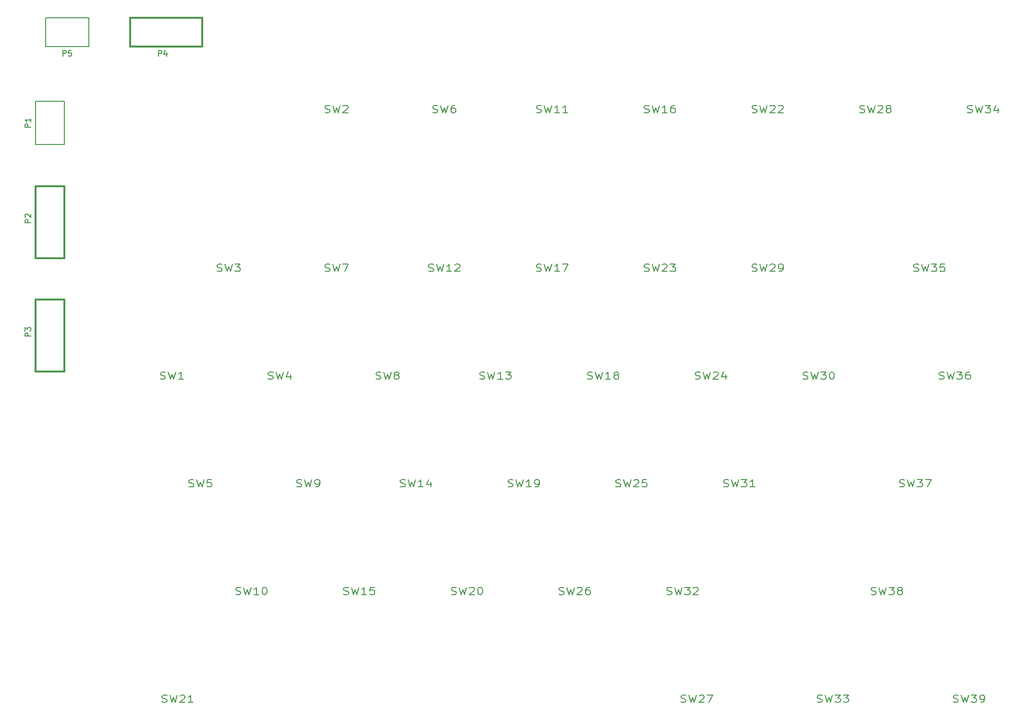
<source format=gto>
G04 (created by PCBNEW (2013-07-07 BZR 4022)-stable) date 11/1/2014 6:00:42 PM*
%MOIN*%
G04 Gerber Fmt 3.4, Leading zero omitted, Abs format*
%FSLAX34Y34*%
G01*
G70*
G90*
G04 APERTURE LIST*
%ADD10C,0.00590551*%
%ADD11C,0.012*%
%ADD12C,0.008*%
G04 APERTURE END LIST*
G54D10*
G54D11*
X28877Y-14582D02*
X23877Y-14582D01*
X23877Y-14582D02*
X23877Y-12582D01*
X23877Y-12582D02*
X28877Y-12582D01*
X28877Y-12582D02*
X28877Y-14582D01*
X17307Y-37145D02*
X17307Y-32145D01*
X17307Y-32145D02*
X19307Y-32145D01*
X19307Y-32145D02*
X19307Y-37145D01*
X19307Y-37145D02*
X17307Y-37145D01*
X17307Y-29271D02*
X17307Y-24271D01*
X17307Y-24271D02*
X19307Y-24271D01*
X19307Y-24271D02*
X19307Y-29271D01*
X19307Y-29271D02*
X17307Y-29271D01*
G54D12*
X17988Y-12582D02*
X20988Y-12582D01*
X20988Y-14582D02*
X17988Y-14582D01*
X17988Y-14582D02*
X17988Y-12582D01*
X20988Y-12582D02*
X20988Y-14582D01*
X19307Y-18381D02*
X19307Y-21381D01*
X17307Y-21381D02*
X17307Y-18381D01*
X17307Y-18381D02*
X19307Y-18381D01*
X19307Y-21381D02*
X17307Y-21381D01*
X44869Y-19145D02*
X44955Y-19168D01*
X45097Y-19168D01*
X45155Y-19145D01*
X45183Y-19121D01*
X45212Y-19073D01*
X45212Y-19026D01*
X45183Y-18978D01*
X45155Y-18954D01*
X45097Y-18930D01*
X44983Y-18907D01*
X44926Y-18883D01*
X44897Y-18859D01*
X44869Y-18811D01*
X44869Y-18764D01*
X44897Y-18716D01*
X44926Y-18692D01*
X44983Y-18668D01*
X45126Y-18668D01*
X45212Y-18692D01*
X45412Y-18668D02*
X45555Y-19168D01*
X45669Y-18811D01*
X45783Y-19168D01*
X45926Y-18668D01*
X46412Y-18668D02*
X46297Y-18668D01*
X46240Y-18692D01*
X46212Y-18716D01*
X46155Y-18787D01*
X46126Y-18883D01*
X46126Y-19073D01*
X46155Y-19121D01*
X46183Y-19145D01*
X46240Y-19168D01*
X46355Y-19168D01*
X46412Y-19145D01*
X46440Y-19121D01*
X46469Y-19073D01*
X46469Y-18954D01*
X46440Y-18907D01*
X46412Y-18883D01*
X46355Y-18859D01*
X46240Y-18859D01*
X46183Y-18883D01*
X46155Y-18907D01*
X46126Y-18954D01*
X55607Y-37649D02*
X55692Y-37672D01*
X55835Y-37672D01*
X55892Y-37649D01*
X55921Y-37625D01*
X55950Y-37577D01*
X55950Y-37529D01*
X55921Y-37482D01*
X55892Y-37458D01*
X55835Y-37434D01*
X55721Y-37410D01*
X55664Y-37387D01*
X55635Y-37363D01*
X55607Y-37315D01*
X55607Y-37268D01*
X55635Y-37220D01*
X55664Y-37196D01*
X55721Y-37172D01*
X55864Y-37172D01*
X55950Y-37196D01*
X56150Y-37172D02*
X56292Y-37672D01*
X56407Y-37315D01*
X56521Y-37672D01*
X56664Y-37172D01*
X57207Y-37672D02*
X56864Y-37672D01*
X57035Y-37672D02*
X57035Y-37172D01*
X56978Y-37244D01*
X56921Y-37291D01*
X56864Y-37315D01*
X57550Y-37387D02*
X57492Y-37363D01*
X57464Y-37339D01*
X57435Y-37291D01*
X57435Y-37268D01*
X57464Y-37220D01*
X57492Y-37196D01*
X57550Y-37172D01*
X57664Y-37172D01*
X57721Y-37196D01*
X57750Y-37220D01*
X57778Y-37268D01*
X57778Y-37291D01*
X57750Y-37339D01*
X57721Y-37363D01*
X57664Y-37387D01*
X57550Y-37387D01*
X57492Y-37410D01*
X57464Y-37434D01*
X57435Y-37482D01*
X57435Y-37577D01*
X57464Y-37625D01*
X57492Y-37649D01*
X57550Y-37672D01*
X57664Y-37672D01*
X57721Y-37649D01*
X57750Y-37625D01*
X57778Y-37577D01*
X57778Y-37482D01*
X57750Y-37434D01*
X57721Y-37410D01*
X57664Y-37387D01*
X50095Y-45129D02*
X50181Y-45153D01*
X50323Y-45153D01*
X50381Y-45129D01*
X50409Y-45105D01*
X50438Y-45057D01*
X50438Y-45010D01*
X50409Y-44962D01*
X50381Y-44938D01*
X50323Y-44915D01*
X50209Y-44891D01*
X50152Y-44867D01*
X50123Y-44843D01*
X50095Y-44796D01*
X50095Y-44748D01*
X50123Y-44700D01*
X50152Y-44676D01*
X50209Y-44653D01*
X50352Y-44653D01*
X50438Y-44676D01*
X50638Y-44653D02*
X50781Y-45153D01*
X50895Y-44796D01*
X51009Y-45153D01*
X51152Y-44653D01*
X51695Y-45153D02*
X51352Y-45153D01*
X51523Y-45153D02*
X51523Y-44653D01*
X51466Y-44724D01*
X51409Y-44772D01*
X51352Y-44796D01*
X51981Y-45153D02*
X52095Y-45153D01*
X52152Y-45129D01*
X52181Y-45105D01*
X52238Y-45034D01*
X52266Y-44938D01*
X52266Y-44748D01*
X52238Y-44700D01*
X52209Y-44676D01*
X52152Y-44653D01*
X52038Y-44653D01*
X51981Y-44676D01*
X51952Y-44700D01*
X51923Y-44748D01*
X51923Y-44867D01*
X51952Y-44915D01*
X51981Y-44938D01*
X52038Y-44962D01*
X52152Y-44962D01*
X52209Y-44938D01*
X52238Y-44915D01*
X52266Y-44867D01*
X46158Y-52609D02*
X46244Y-52633D01*
X46386Y-52633D01*
X46444Y-52609D01*
X46472Y-52585D01*
X46501Y-52538D01*
X46501Y-52490D01*
X46472Y-52443D01*
X46444Y-52419D01*
X46386Y-52395D01*
X46272Y-52371D01*
X46215Y-52347D01*
X46186Y-52323D01*
X46158Y-52276D01*
X46158Y-52228D01*
X46186Y-52181D01*
X46215Y-52157D01*
X46272Y-52133D01*
X46415Y-52133D01*
X46501Y-52157D01*
X46701Y-52133D02*
X46844Y-52633D01*
X46958Y-52276D01*
X47072Y-52633D01*
X47215Y-52133D01*
X47415Y-52181D02*
X47444Y-52157D01*
X47501Y-52133D01*
X47644Y-52133D01*
X47701Y-52157D01*
X47729Y-52181D01*
X47758Y-52228D01*
X47758Y-52276D01*
X47729Y-52347D01*
X47386Y-52633D01*
X47758Y-52633D01*
X48129Y-52133D02*
X48186Y-52133D01*
X48244Y-52157D01*
X48272Y-52181D01*
X48301Y-52228D01*
X48329Y-52323D01*
X48329Y-52443D01*
X48301Y-52538D01*
X48272Y-52585D01*
X48244Y-52609D01*
X48186Y-52633D01*
X48129Y-52633D01*
X48072Y-52609D01*
X48044Y-52585D01*
X48015Y-52538D01*
X47986Y-52443D01*
X47986Y-52323D01*
X48015Y-52228D01*
X48044Y-52181D01*
X48072Y-52157D01*
X48129Y-52133D01*
X26079Y-60089D02*
X26165Y-60113D01*
X26308Y-60113D01*
X26365Y-60089D01*
X26393Y-60066D01*
X26422Y-60018D01*
X26422Y-59970D01*
X26393Y-59923D01*
X26365Y-59899D01*
X26308Y-59875D01*
X26193Y-59851D01*
X26136Y-59828D01*
X26108Y-59804D01*
X26079Y-59756D01*
X26079Y-59709D01*
X26108Y-59661D01*
X26136Y-59637D01*
X26193Y-59613D01*
X26336Y-59613D01*
X26422Y-59637D01*
X26622Y-59613D02*
X26765Y-60113D01*
X26879Y-59756D01*
X26993Y-60113D01*
X27136Y-59613D01*
X27336Y-59661D02*
X27365Y-59637D01*
X27422Y-59613D01*
X27565Y-59613D01*
X27622Y-59637D01*
X27651Y-59661D01*
X27679Y-59709D01*
X27679Y-59756D01*
X27651Y-59828D01*
X27308Y-60113D01*
X27679Y-60113D01*
X28251Y-60113D02*
X27908Y-60113D01*
X28079Y-60113D02*
X28079Y-59613D01*
X28022Y-59685D01*
X27965Y-59732D01*
X27908Y-59756D01*
X52063Y-19145D02*
X52149Y-19168D01*
X52292Y-19168D01*
X52349Y-19145D01*
X52378Y-19121D01*
X52406Y-19073D01*
X52406Y-19026D01*
X52378Y-18978D01*
X52349Y-18954D01*
X52292Y-18930D01*
X52178Y-18907D01*
X52121Y-18883D01*
X52092Y-18859D01*
X52063Y-18811D01*
X52063Y-18764D01*
X52092Y-18716D01*
X52121Y-18692D01*
X52178Y-18668D01*
X52321Y-18668D01*
X52406Y-18692D01*
X52606Y-18668D02*
X52749Y-19168D01*
X52863Y-18811D01*
X52978Y-19168D01*
X53121Y-18668D01*
X53663Y-19168D02*
X53321Y-19168D01*
X53492Y-19168D02*
X53492Y-18668D01*
X53435Y-18740D01*
X53378Y-18787D01*
X53321Y-18811D01*
X54235Y-19168D02*
X53892Y-19168D01*
X54063Y-19168D02*
X54063Y-18668D01*
X54006Y-18740D01*
X53949Y-18787D01*
X53892Y-18811D01*
X44583Y-30168D02*
X44669Y-30192D01*
X44812Y-30192D01*
X44869Y-30168D01*
X44897Y-30144D01*
X44926Y-30097D01*
X44926Y-30049D01*
X44897Y-30002D01*
X44869Y-29978D01*
X44812Y-29954D01*
X44697Y-29930D01*
X44640Y-29906D01*
X44612Y-29883D01*
X44583Y-29835D01*
X44583Y-29787D01*
X44612Y-29740D01*
X44640Y-29716D01*
X44697Y-29692D01*
X44840Y-29692D01*
X44926Y-29716D01*
X45126Y-29692D02*
X45269Y-30192D01*
X45383Y-29835D01*
X45497Y-30192D01*
X45640Y-29692D01*
X46183Y-30192D02*
X45840Y-30192D01*
X46012Y-30192D02*
X46012Y-29692D01*
X45955Y-29763D01*
X45897Y-29811D01*
X45840Y-29835D01*
X46412Y-29740D02*
X46440Y-29716D01*
X46497Y-29692D01*
X46640Y-29692D01*
X46697Y-29716D01*
X46726Y-29740D01*
X46755Y-29787D01*
X46755Y-29835D01*
X46726Y-29906D01*
X46383Y-30192D01*
X46755Y-30192D01*
X48126Y-37649D02*
X48212Y-37672D01*
X48355Y-37672D01*
X48412Y-37649D01*
X48441Y-37625D01*
X48469Y-37577D01*
X48469Y-37529D01*
X48441Y-37482D01*
X48412Y-37458D01*
X48355Y-37434D01*
X48241Y-37410D01*
X48184Y-37387D01*
X48155Y-37363D01*
X48126Y-37315D01*
X48126Y-37268D01*
X48155Y-37220D01*
X48184Y-37196D01*
X48241Y-37172D01*
X48384Y-37172D01*
X48469Y-37196D01*
X48669Y-37172D02*
X48812Y-37672D01*
X48926Y-37315D01*
X49041Y-37672D01*
X49184Y-37172D01*
X49726Y-37672D02*
X49384Y-37672D01*
X49555Y-37672D02*
X49555Y-37172D01*
X49498Y-37244D01*
X49441Y-37291D01*
X49384Y-37315D01*
X49926Y-37172D02*
X50298Y-37172D01*
X50098Y-37363D01*
X50184Y-37363D01*
X50241Y-37387D01*
X50269Y-37410D01*
X50298Y-37458D01*
X50298Y-37577D01*
X50269Y-37625D01*
X50241Y-37649D01*
X50184Y-37672D01*
X50012Y-37672D01*
X49955Y-37649D01*
X49926Y-37625D01*
X42615Y-45129D02*
X42700Y-45153D01*
X42843Y-45153D01*
X42900Y-45129D01*
X42929Y-45105D01*
X42957Y-45057D01*
X42957Y-45010D01*
X42929Y-44962D01*
X42900Y-44938D01*
X42843Y-44915D01*
X42729Y-44891D01*
X42672Y-44867D01*
X42643Y-44843D01*
X42615Y-44796D01*
X42615Y-44748D01*
X42643Y-44700D01*
X42672Y-44676D01*
X42729Y-44653D01*
X42872Y-44653D01*
X42957Y-44676D01*
X43157Y-44653D02*
X43300Y-45153D01*
X43415Y-44796D01*
X43529Y-45153D01*
X43672Y-44653D01*
X44215Y-45153D02*
X43872Y-45153D01*
X44043Y-45153D02*
X44043Y-44653D01*
X43986Y-44724D01*
X43929Y-44772D01*
X43872Y-44796D01*
X44729Y-44819D02*
X44729Y-45153D01*
X44586Y-44629D02*
X44443Y-44986D01*
X44815Y-44986D01*
X38678Y-52609D02*
X38763Y-52633D01*
X38906Y-52633D01*
X38963Y-52609D01*
X38992Y-52585D01*
X39020Y-52538D01*
X39020Y-52490D01*
X38992Y-52443D01*
X38963Y-52419D01*
X38906Y-52395D01*
X38792Y-52371D01*
X38735Y-52347D01*
X38706Y-52323D01*
X38678Y-52276D01*
X38678Y-52228D01*
X38706Y-52181D01*
X38735Y-52157D01*
X38792Y-52133D01*
X38935Y-52133D01*
X39020Y-52157D01*
X39220Y-52133D02*
X39363Y-52633D01*
X39478Y-52276D01*
X39592Y-52633D01*
X39735Y-52133D01*
X40278Y-52633D02*
X39935Y-52633D01*
X40106Y-52633D02*
X40106Y-52133D01*
X40049Y-52204D01*
X39992Y-52252D01*
X39935Y-52276D01*
X40820Y-52133D02*
X40535Y-52133D01*
X40506Y-52371D01*
X40535Y-52347D01*
X40592Y-52323D01*
X40735Y-52323D01*
X40792Y-52347D01*
X40820Y-52371D01*
X40849Y-52419D01*
X40849Y-52538D01*
X40820Y-52585D01*
X40792Y-52609D01*
X40735Y-52633D01*
X40592Y-52633D01*
X40535Y-52609D01*
X40506Y-52585D01*
X81985Y-19145D02*
X82070Y-19168D01*
X82213Y-19168D01*
X82270Y-19145D01*
X82299Y-19121D01*
X82328Y-19073D01*
X82328Y-19026D01*
X82299Y-18978D01*
X82270Y-18954D01*
X82213Y-18930D01*
X82099Y-18907D01*
X82042Y-18883D01*
X82013Y-18859D01*
X81985Y-18811D01*
X81985Y-18764D01*
X82013Y-18716D01*
X82042Y-18692D01*
X82099Y-18668D01*
X82242Y-18668D01*
X82328Y-18692D01*
X82528Y-18668D02*
X82670Y-19168D01*
X82785Y-18811D01*
X82899Y-19168D01*
X83042Y-18668D01*
X83213Y-18668D02*
X83585Y-18668D01*
X83385Y-18859D01*
X83470Y-18859D01*
X83528Y-18883D01*
X83556Y-18907D01*
X83585Y-18954D01*
X83585Y-19073D01*
X83556Y-19121D01*
X83528Y-19145D01*
X83470Y-19168D01*
X83299Y-19168D01*
X83242Y-19145D01*
X83213Y-19121D01*
X84099Y-18835D02*
X84099Y-19168D01*
X83956Y-18645D02*
X83813Y-19002D01*
X84185Y-19002D01*
X37388Y-30168D02*
X37474Y-30192D01*
X37617Y-30192D01*
X37674Y-30168D01*
X37703Y-30144D01*
X37731Y-30097D01*
X37731Y-30049D01*
X37703Y-30002D01*
X37674Y-29978D01*
X37617Y-29954D01*
X37503Y-29930D01*
X37446Y-29906D01*
X37417Y-29883D01*
X37388Y-29835D01*
X37388Y-29787D01*
X37417Y-29740D01*
X37446Y-29716D01*
X37503Y-29692D01*
X37646Y-29692D01*
X37731Y-29716D01*
X37931Y-29692D02*
X38074Y-30192D01*
X38188Y-29835D01*
X38303Y-30192D01*
X38446Y-29692D01*
X38617Y-29692D02*
X39017Y-29692D01*
X38760Y-30192D01*
X40932Y-37649D02*
X41017Y-37672D01*
X41160Y-37672D01*
X41217Y-37649D01*
X41246Y-37625D01*
X41275Y-37577D01*
X41275Y-37529D01*
X41246Y-37482D01*
X41217Y-37458D01*
X41160Y-37434D01*
X41046Y-37410D01*
X40989Y-37387D01*
X40960Y-37363D01*
X40932Y-37315D01*
X40932Y-37268D01*
X40960Y-37220D01*
X40989Y-37196D01*
X41046Y-37172D01*
X41189Y-37172D01*
X41275Y-37196D01*
X41475Y-37172D02*
X41617Y-37672D01*
X41732Y-37315D01*
X41846Y-37672D01*
X41989Y-37172D01*
X42303Y-37387D02*
X42246Y-37363D01*
X42217Y-37339D01*
X42189Y-37291D01*
X42189Y-37268D01*
X42217Y-37220D01*
X42246Y-37196D01*
X42303Y-37172D01*
X42417Y-37172D01*
X42475Y-37196D01*
X42503Y-37220D01*
X42532Y-37268D01*
X42532Y-37291D01*
X42503Y-37339D01*
X42475Y-37363D01*
X42417Y-37387D01*
X42303Y-37387D01*
X42246Y-37410D01*
X42217Y-37434D01*
X42189Y-37482D01*
X42189Y-37577D01*
X42217Y-37625D01*
X42246Y-37649D01*
X42303Y-37672D01*
X42417Y-37672D01*
X42475Y-37649D01*
X42503Y-37625D01*
X42532Y-37577D01*
X42532Y-37482D01*
X42503Y-37434D01*
X42475Y-37410D01*
X42417Y-37387D01*
X35420Y-45129D02*
X35506Y-45153D01*
X35649Y-45153D01*
X35706Y-45129D01*
X35734Y-45105D01*
X35763Y-45057D01*
X35763Y-45010D01*
X35734Y-44962D01*
X35706Y-44938D01*
X35649Y-44915D01*
X35534Y-44891D01*
X35477Y-44867D01*
X35449Y-44843D01*
X35420Y-44796D01*
X35420Y-44748D01*
X35449Y-44700D01*
X35477Y-44676D01*
X35534Y-44653D01*
X35677Y-44653D01*
X35763Y-44676D01*
X35963Y-44653D02*
X36106Y-45153D01*
X36220Y-44796D01*
X36334Y-45153D01*
X36477Y-44653D01*
X36734Y-45153D02*
X36849Y-45153D01*
X36906Y-45129D01*
X36934Y-45105D01*
X36991Y-45034D01*
X37020Y-44938D01*
X37020Y-44748D01*
X36991Y-44700D01*
X36963Y-44676D01*
X36906Y-44653D01*
X36791Y-44653D01*
X36734Y-44676D01*
X36706Y-44700D01*
X36677Y-44748D01*
X36677Y-44867D01*
X36706Y-44915D01*
X36734Y-44938D01*
X36791Y-44962D01*
X36906Y-44962D01*
X36963Y-44938D01*
X36991Y-44915D01*
X37020Y-44867D01*
X31197Y-52609D02*
X31283Y-52633D01*
X31426Y-52633D01*
X31483Y-52609D01*
X31512Y-52585D01*
X31540Y-52538D01*
X31540Y-52490D01*
X31512Y-52443D01*
X31483Y-52419D01*
X31426Y-52395D01*
X31312Y-52371D01*
X31254Y-52347D01*
X31226Y-52323D01*
X31197Y-52276D01*
X31197Y-52228D01*
X31226Y-52181D01*
X31254Y-52157D01*
X31312Y-52133D01*
X31454Y-52133D01*
X31540Y-52157D01*
X31740Y-52133D02*
X31883Y-52633D01*
X31997Y-52276D01*
X32112Y-52633D01*
X32254Y-52133D01*
X32797Y-52633D02*
X32454Y-52633D01*
X32626Y-52633D02*
X32626Y-52133D01*
X32569Y-52204D01*
X32512Y-52252D01*
X32454Y-52276D01*
X33169Y-52133D02*
X33226Y-52133D01*
X33283Y-52157D01*
X33312Y-52181D01*
X33340Y-52228D01*
X33369Y-52323D01*
X33369Y-52443D01*
X33340Y-52538D01*
X33312Y-52585D01*
X33283Y-52609D01*
X33226Y-52633D01*
X33169Y-52633D01*
X33112Y-52609D01*
X33083Y-52585D01*
X33054Y-52538D01*
X33026Y-52443D01*
X33026Y-52323D01*
X33054Y-52228D01*
X33083Y-52181D01*
X33112Y-52157D01*
X33169Y-52133D01*
X37388Y-19145D02*
X37474Y-19168D01*
X37617Y-19168D01*
X37674Y-19145D01*
X37703Y-19121D01*
X37731Y-19073D01*
X37731Y-19026D01*
X37703Y-18978D01*
X37674Y-18954D01*
X37617Y-18930D01*
X37503Y-18907D01*
X37446Y-18883D01*
X37417Y-18859D01*
X37388Y-18811D01*
X37388Y-18764D01*
X37417Y-18716D01*
X37446Y-18692D01*
X37503Y-18668D01*
X37646Y-18668D01*
X37731Y-18692D01*
X37931Y-18668D02*
X38074Y-19168D01*
X38188Y-18811D01*
X38303Y-19168D01*
X38446Y-18668D01*
X38646Y-18716D02*
X38674Y-18692D01*
X38731Y-18668D01*
X38874Y-18668D01*
X38931Y-18692D01*
X38960Y-18716D01*
X38988Y-18764D01*
X38988Y-18811D01*
X38960Y-18883D01*
X38617Y-19168D01*
X38988Y-19168D01*
X29908Y-30168D02*
X29994Y-30192D01*
X30137Y-30192D01*
X30194Y-30168D01*
X30222Y-30144D01*
X30251Y-30097D01*
X30251Y-30049D01*
X30222Y-30002D01*
X30194Y-29978D01*
X30137Y-29954D01*
X30022Y-29930D01*
X29965Y-29906D01*
X29937Y-29883D01*
X29908Y-29835D01*
X29908Y-29787D01*
X29937Y-29740D01*
X29965Y-29716D01*
X30022Y-29692D01*
X30165Y-29692D01*
X30251Y-29716D01*
X30451Y-29692D02*
X30594Y-30192D01*
X30708Y-29835D01*
X30822Y-30192D01*
X30965Y-29692D01*
X31137Y-29692D02*
X31508Y-29692D01*
X31308Y-29883D01*
X31394Y-29883D01*
X31451Y-29906D01*
X31480Y-29930D01*
X31508Y-29978D01*
X31508Y-30097D01*
X31480Y-30144D01*
X31451Y-30168D01*
X31394Y-30192D01*
X31222Y-30192D01*
X31165Y-30168D01*
X31137Y-30144D01*
X33451Y-37649D02*
X33537Y-37672D01*
X33680Y-37672D01*
X33737Y-37649D01*
X33766Y-37625D01*
X33794Y-37577D01*
X33794Y-37529D01*
X33766Y-37482D01*
X33737Y-37458D01*
X33680Y-37434D01*
X33566Y-37410D01*
X33509Y-37387D01*
X33480Y-37363D01*
X33451Y-37315D01*
X33451Y-37268D01*
X33480Y-37220D01*
X33509Y-37196D01*
X33566Y-37172D01*
X33709Y-37172D01*
X33794Y-37196D01*
X33994Y-37172D02*
X34137Y-37672D01*
X34251Y-37315D01*
X34366Y-37672D01*
X34509Y-37172D01*
X34994Y-37339D02*
X34994Y-37672D01*
X34851Y-37149D02*
X34709Y-37506D01*
X35080Y-37506D01*
X27940Y-45129D02*
X28025Y-45153D01*
X28168Y-45153D01*
X28225Y-45129D01*
X28254Y-45105D01*
X28283Y-45057D01*
X28283Y-45010D01*
X28254Y-44962D01*
X28225Y-44938D01*
X28168Y-44915D01*
X28054Y-44891D01*
X27997Y-44867D01*
X27968Y-44843D01*
X27940Y-44796D01*
X27940Y-44748D01*
X27968Y-44700D01*
X27997Y-44676D01*
X28054Y-44653D01*
X28197Y-44653D01*
X28283Y-44676D01*
X28483Y-44653D02*
X28625Y-45153D01*
X28740Y-44796D01*
X28854Y-45153D01*
X28997Y-44653D01*
X29511Y-44653D02*
X29225Y-44653D01*
X29197Y-44891D01*
X29225Y-44867D01*
X29283Y-44843D01*
X29425Y-44843D01*
X29483Y-44867D01*
X29511Y-44891D01*
X29540Y-44938D01*
X29540Y-45057D01*
X29511Y-45105D01*
X29483Y-45129D01*
X29425Y-45153D01*
X29283Y-45153D01*
X29225Y-45129D01*
X29197Y-45105D01*
X25971Y-37649D02*
X26057Y-37672D01*
X26200Y-37672D01*
X26257Y-37649D01*
X26285Y-37625D01*
X26314Y-37577D01*
X26314Y-37529D01*
X26285Y-37482D01*
X26257Y-37458D01*
X26200Y-37434D01*
X26085Y-37410D01*
X26028Y-37387D01*
X26000Y-37363D01*
X25971Y-37315D01*
X25971Y-37268D01*
X26000Y-37220D01*
X26028Y-37196D01*
X26085Y-37172D01*
X26228Y-37172D01*
X26314Y-37196D01*
X26514Y-37172D02*
X26657Y-37672D01*
X26771Y-37315D01*
X26885Y-37672D01*
X27028Y-37172D01*
X27571Y-37672D02*
X27228Y-37672D01*
X27400Y-37672D02*
X27400Y-37172D01*
X27343Y-37244D01*
X27285Y-37291D01*
X27228Y-37315D01*
X52063Y-30168D02*
X52149Y-30192D01*
X52292Y-30192D01*
X52349Y-30168D01*
X52378Y-30144D01*
X52406Y-30097D01*
X52406Y-30049D01*
X52378Y-30002D01*
X52349Y-29978D01*
X52292Y-29954D01*
X52178Y-29930D01*
X52121Y-29906D01*
X52092Y-29883D01*
X52063Y-29835D01*
X52063Y-29787D01*
X52092Y-29740D01*
X52121Y-29716D01*
X52178Y-29692D01*
X52321Y-29692D01*
X52406Y-29716D01*
X52606Y-29692D02*
X52749Y-30192D01*
X52863Y-29835D01*
X52978Y-30192D01*
X53121Y-29692D01*
X53663Y-30192D02*
X53321Y-30192D01*
X53492Y-30192D02*
X53492Y-29692D01*
X53435Y-29763D01*
X53378Y-29811D01*
X53321Y-29835D01*
X53863Y-29692D02*
X54263Y-29692D01*
X54006Y-30192D01*
X78244Y-30168D02*
X78330Y-30192D01*
X78473Y-30192D01*
X78530Y-30168D01*
X78559Y-30144D01*
X78587Y-30097D01*
X78587Y-30049D01*
X78559Y-30002D01*
X78530Y-29978D01*
X78473Y-29954D01*
X78359Y-29930D01*
X78302Y-29906D01*
X78273Y-29883D01*
X78244Y-29835D01*
X78244Y-29787D01*
X78273Y-29740D01*
X78302Y-29716D01*
X78359Y-29692D01*
X78502Y-29692D01*
X78587Y-29716D01*
X78787Y-29692D02*
X78930Y-30192D01*
X79044Y-29835D01*
X79159Y-30192D01*
X79302Y-29692D01*
X79473Y-29692D02*
X79844Y-29692D01*
X79644Y-29883D01*
X79730Y-29883D01*
X79787Y-29906D01*
X79816Y-29930D01*
X79844Y-29978D01*
X79844Y-30097D01*
X79816Y-30144D01*
X79787Y-30168D01*
X79730Y-30192D01*
X79559Y-30192D01*
X79502Y-30168D01*
X79473Y-30144D01*
X80387Y-29692D02*
X80102Y-29692D01*
X80073Y-29930D01*
X80102Y-29906D01*
X80159Y-29883D01*
X80302Y-29883D01*
X80359Y-29906D01*
X80387Y-29930D01*
X80416Y-29978D01*
X80416Y-30097D01*
X80387Y-30144D01*
X80359Y-30168D01*
X80302Y-30192D01*
X80159Y-30192D01*
X80102Y-30168D01*
X80073Y-30144D01*
X80016Y-37649D02*
X80102Y-37672D01*
X80245Y-37672D01*
X80302Y-37649D01*
X80330Y-37625D01*
X80359Y-37577D01*
X80359Y-37529D01*
X80330Y-37482D01*
X80302Y-37458D01*
X80245Y-37434D01*
X80130Y-37410D01*
X80073Y-37387D01*
X80045Y-37363D01*
X80016Y-37315D01*
X80016Y-37268D01*
X80045Y-37220D01*
X80073Y-37196D01*
X80130Y-37172D01*
X80273Y-37172D01*
X80359Y-37196D01*
X80559Y-37172D02*
X80702Y-37672D01*
X80816Y-37315D01*
X80930Y-37672D01*
X81073Y-37172D01*
X81245Y-37172D02*
X81616Y-37172D01*
X81416Y-37363D01*
X81502Y-37363D01*
X81559Y-37387D01*
X81588Y-37410D01*
X81616Y-37458D01*
X81616Y-37577D01*
X81588Y-37625D01*
X81559Y-37649D01*
X81502Y-37672D01*
X81330Y-37672D01*
X81273Y-37649D01*
X81245Y-37625D01*
X82130Y-37172D02*
X82016Y-37172D01*
X81959Y-37196D01*
X81930Y-37220D01*
X81873Y-37291D01*
X81845Y-37387D01*
X81845Y-37577D01*
X81873Y-37625D01*
X81902Y-37649D01*
X81959Y-37672D01*
X82073Y-37672D01*
X82130Y-37649D01*
X82159Y-37625D01*
X82188Y-37577D01*
X82188Y-37458D01*
X82159Y-37410D01*
X82130Y-37387D01*
X82073Y-37363D01*
X81959Y-37363D01*
X81902Y-37387D01*
X81873Y-37410D01*
X81845Y-37458D01*
X77260Y-45129D02*
X77346Y-45153D01*
X77489Y-45153D01*
X77546Y-45129D01*
X77575Y-45105D01*
X77603Y-45057D01*
X77603Y-45010D01*
X77575Y-44962D01*
X77546Y-44938D01*
X77489Y-44915D01*
X77375Y-44891D01*
X77317Y-44867D01*
X77289Y-44843D01*
X77260Y-44796D01*
X77260Y-44748D01*
X77289Y-44700D01*
X77317Y-44676D01*
X77375Y-44653D01*
X77517Y-44653D01*
X77603Y-44676D01*
X77803Y-44653D02*
X77946Y-45153D01*
X78060Y-44796D01*
X78175Y-45153D01*
X78317Y-44653D01*
X78489Y-44653D02*
X78860Y-44653D01*
X78660Y-44843D01*
X78746Y-44843D01*
X78803Y-44867D01*
X78832Y-44891D01*
X78860Y-44938D01*
X78860Y-45057D01*
X78832Y-45105D01*
X78803Y-45129D01*
X78746Y-45153D01*
X78575Y-45153D01*
X78517Y-45129D01*
X78489Y-45105D01*
X79060Y-44653D02*
X79460Y-44653D01*
X79203Y-45153D01*
X75292Y-52609D02*
X75377Y-52633D01*
X75520Y-52633D01*
X75577Y-52609D01*
X75606Y-52585D01*
X75635Y-52538D01*
X75635Y-52490D01*
X75606Y-52443D01*
X75577Y-52419D01*
X75520Y-52395D01*
X75406Y-52371D01*
X75349Y-52347D01*
X75320Y-52323D01*
X75292Y-52276D01*
X75292Y-52228D01*
X75320Y-52181D01*
X75349Y-52157D01*
X75406Y-52133D01*
X75549Y-52133D01*
X75635Y-52157D01*
X75835Y-52133D02*
X75977Y-52633D01*
X76092Y-52276D01*
X76206Y-52633D01*
X76349Y-52133D01*
X76520Y-52133D02*
X76892Y-52133D01*
X76692Y-52323D01*
X76777Y-52323D01*
X76835Y-52347D01*
X76863Y-52371D01*
X76892Y-52419D01*
X76892Y-52538D01*
X76863Y-52585D01*
X76835Y-52609D01*
X76777Y-52633D01*
X76606Y-52633D01*
X76549Y-52609D01*
X76520Y-52585D01*
X77235Y-52347D02*
X77177Y-52323D01*
X77149Y-52300D01*
X77120Y-52252D01*
X77120Y-52228D01*
X77149Y-52181D01*
X77177Y-52157D01*
X77235Y-52133D01*
X77349Y-52133D01*
X77406Y-52157D01*
X77435Y-52181D01*
X77463Y-52228D01*
X77463Y-52252D01*
X77435Y-52300D01*
X77406Y-52323D01*
X77349Y-52347D01*
X77235Y-52347D01*
X77177Y-52371D01*
X77149Y-52395D01*
X77120Y-52443D01*
X77120Y-52538D01*
X77149Y-52585D01*
X77177Y-52609D01*
X77235Y-52633D01*
X77349Y-52633D01*
X77406Y-52609D01*
X77435Y-52585D01*
X77463Y-52538D01*
X77463Y-52443D01*
X77435Y-52395D01*
X77406Y-52371D01*
X77349Y-52347D01*
X81000Y-60089D02*
X81086Y-60113D01*
X81229Y-60113D01*
X81286Y-60089D01*
X81315Y-60066D01*
X81343Y-60018D01*
X81343Y-59970D01*
X81315Y-59923D01*
X81286Y-59899D01*
X81229Y-59875D01*
X81115Y-59851D01*
X81058Y-59828D01*
X81029Y-59804D01*
X81000Y-59756D01*
X81000Y-59709D01*
X81029Y-59661D01*
X81058Y-59637D01*
X81115Y-59613D01*
X81258Y-59613D01*
X81343Y-59637D01*
X81543Y-59613D02*
X81686Y-60113D01*
X81800Y-59756D01*
X81915Y-60113D01*
X82058Y-59613D01*
X82229Y-59613D02*
X82600Y-59613D01*
X82400Y-59804D01*
X82486Y-59804D01*
X82543Y-59828D01*
X82572Y-59851D01*
X82600Y-59899D01*
X82600Y-60018D01*
X82572Y-60066D01*
X82543Y-60089D01*
X82486Y-60113D01*
X82315Y-60113D01*
X82258Y-60089D01*
X82229Y-60066D01*
X82886Y-60113D02*
X83000Y-60113D01*
X83058Y-60089D01*
X83086Y-60066D01*
X83143Y-59994D01*
X83172Y-59899D01*
X83172Y-59709D01*
X83143Y-59661D01*
X83115Y-59637D01*
X83058Y-59613D01*
X82943Y-59613D01*
X82886Y-59637D01*
X82858Y-59661D01*
X82829Y-59709D01*
X82829Y-59828D01*
X82858Y-59875D01*
X82886Y-59899D01*
X82943Y-59923D01*
X83058Y-59923D01*
X83115Y-59899D01*
X83143Y-59875D01*
X83172Y-59828D01*
X74504Y-19145D02*
X74590Y-19168D01*
X74733Y-19168D01*
X74790Y-19145D01*
X74819Y-19121D01*
X74847Y-19073D01*
X74847Y-19026D01*
X74819Y-18978D01*
X74790Y-18954D01*
X74733Y-18930D01*
X74619Y-18907D01*
X74561Y-18883D01*
X74533Y-18859D01*
X74504Y-18811D01*
X74504Y-18764D01*
X74533Y-18716D01*
X74561Y-18692D01*
X74619Y-18668D01*
X74761Y-18668D01*
X74847Y-18692D01*
X75047Y-18668D02*
X75190Y-19168D01*
X75304Y-18811D01*
X75419Y-19168D01*
X75561Y-18668D01*
X75761Y-18716D02*
X75790Y-18692D01*
X75847Y-18668D01*
X75990Y-18668D01*
X76047Y-18692D01*
X76076Y-18716D01*
X76104Y-18764D01*
X76104Y-18811D01*
X76076Y-18883D01*
X75733Y-19168D01*
X76104Y-19168D01*
X76447Y-18883D02*
X76390Y-18859D01*
X76361Y-18835D01*
X76333Y-18787D01*
X76333Y-18764D01*
X76361Y-18716D01*
X76390Y-18692D01*
X76447Y-18668D01*
X76561Y-18668D01*
X76619Y-18692D01*
X76647Y-18716D01*
X76676Y-18764D01*
X76676Y-18787D01*
X76647Y-18835D01*
X76619Y-18859D01*
X76561Y-18883D01*
X76447Y-18883D01*
X76390Y-18907D01*
X76361Y-18930D01*
X76333Y-18978D01*
X76333Y-19073D01*
X76361Y-19121D01*
X76390Y-19145D01*
X76447Y-19168D01*
X76561Y-19168D01*
X76619Y-19145D01*
X76647Y-19121D01*
X76676Y-19073D01*
X76676Y-18978D01*
X76647Y-18930D01*
X76619Y-18907D01*
X76561Y-18883D01*
X67024Y-30168D02*
X67110Y-30192D01*
X67253Y-30192D01*
X67310Y-30168D01*
X67338Y-30144D01*
X67367Y-30097D01*
X67367Y-30049D01*
X67338Y-30002D01*
X67310Y-29978D01*
X67253Y-29954D01*
X67138Y-29930D01*
X67081Y-29906D01*
X67053Y-29883D01*
X67024Y-29835D01*
X67024Y-29787D01*
X67053Y-29740D01*
X67081Y-29716D01*
X67138Y-29692D01*
X67281Y-29692D01*
X67367Y-29716D01*
X67567Y-29692D02*
X67710Y-30192D01*
X67824Y-29835D01*
X67938Y-30192D01*
X68081Y-29692D01*
X68281Y-29740D02*
X68310Y-29716D01*
X68367Y-29692D01*
X68510Y-29692D01*
X68567Y-29716D01*
X68595Y-29740D01*
X68624Y-29787D01*
X68624Y-29835D01*
X68595Y-29906D01*
X68253Y-30192D01*
X68624Y-30192D01*
X68910Y-30192D02*
X69024Y-30192D01*
X69081Y-30168D01*
X69110Y-30144D01*
X69167Y-30073D01*
X69195Y-29978D01*
X69195Y-29787D01*
X69167Y-29740D01*
X69138Y-29716D01*
X69081Y-29692D01*
X68967Y-29692D01*
X68910Y-29716D01*
X68881Y-29740D01*
X68853Y-29787D01*
X68853Y-29906D01*
X68881Y-29954D01*
X68910Y-29978D01*
X68967Y-30002D01*
X69081Y-30002D01*
X69138Y-29978D01*
X69167Y-29954D01*
X69195Y-29906D01*
X70567Y-37649D02*
X70653Y-37672D01*
X70796Y-37672D01*
X70853Y-37649D01*
X70882Y-37625D01*
X70910Y-37577D01*
X70910Y-37529D01*
X70882Y-37482D01*
X70853Y-37458D01*
X70796Y-37434D01*
X70682Y-37410D01*
X70624Y-37387D01*
X70596Y-37363D01*
X70567Y-37315D01*
X70567Y-37268D01*
X70596Y-37220D01*
X70624Y-37196D01*
X70682Y-37172D01*
X70824Y-37172D01*
X70910Y-37196D01*
X71110Y-37172D02*
X71253Y-37672D01*
X71367Y-37315D01*
X71482Y-37672D01*
X71624Y-37172D01*
X71796Y-37172D02*
X72167Y-37172D01*
X71967Y-37363D01*
X72053Y-37363D01*
X72110Y-37387D01*
X72139Y-37410D01*
X72167Y-37458D01*
X72167Y-37577D01*
X72139Y-37625D01*
X72110Y-37649D01*
X72053Y-37672D01*
X71882Y-37672D01*
X71824Y-37649D01*
X71796Y-37625D01*
X72539Y-37172D02*
X72596Y-37172D01*
X72653Y-37196D01*
X72682Y-37220D01*
X72710Y-37268D01*
X72739Y-37363D01*
X72739Y-37482D01*
X72710Y-37577D01*
X72682Y-37625D01*
X72653Y-37649D01*
X72596Y-37672D01*
X72539Y-37672D01*
X72482Y-37649D01*
X72453Y-37625D01*
X72424Y-37577D01*
X72396Y-37482D01*
X72396Y-37363D01*
X72424Y-37268D01*
X72453Y-37220D01*
X72482Y-37196D01*
X72539Y-37172D01*
X65056Y-45129D02*
X65141Y-45153D01*
X65284Y-45153D01*
X65341Y-45129D01*
X65370Y-45105D01*
X65398Y-45057D01*
X65398Y-45010D01*
X65370Y-44962D01*
X65341Y-44938D01*
X65284Y-44915D01*
X65170Y-44891D01*
X65113Y-44867D01*
X65084Y-44843D01*
X65056Y-44796D01*
X65056Y-44748D01*
X65084Y-44700D01*
X65113Y-44676D01*
X65170Y-44653D01*
X65313Y-44653D01*
X65398Y-44676D01*
X65598Y-44653D02*
X65741Y-45153D01*
X65856Y-44796D01*
X65970Y-45153D01*
X66113Y-44653D01*
X66284Y-44653D02*
X66656Y-44653D01*
X66456Y-44843D01*
X66541Y-44843D01*
X66598Y-44867D01*
X66627Y-44891D01*
X66656Y-44938D01*
X66656Y-45057D01*
X66627Y-45105D01*
X66598Y-45129D01*
X66541Y-45153D01*
X66370Y-45153D01*
X66313Y-45129D01*
X66284Y-45105D01*
X67227Y-45153D02*
X66884Y-45153D01*
X67056Y-45153D02*
X67056Y-44653D01*
X66998Y-44724D01*
X66941Y-44772D01*
X66884Y-44796D01*
X61119Y-52609D02*
X61204Y-52633D01*
X61347Y-52633D01*
X61404Y-52609D01*
X61433Y-52585D01*
X61461Y-52538D01*
X61461Y-52490D01*
X61433Y-52443D01*
X61404Y-52419D01*
X61347Y-52395D01*
X61233Y-52371D01*
X61176Y-52347D01*
X61147Y-52323D01*
X61119Y-52276D01*
X61119Y-52228D01*
X61147Y-52181D01*
X61176Y-52157D01*
X61233Y-52133D01*
X61376Y-52133D01*
X61461Y-52157D01*
X61661Y-52133D02*
X61804Y-52633D01*
X61919Y-52276D01*
X62033Y-52633D01*
X62176Y-52133D01*
X62347Y-52133D02*
X62719Y-52133D01*
X62519Y-52323D01*
X62604Y-52323D01*
X62661Y-52347D01*
X62690Y-52371D01*
X62719Y-52419D01*
X62719Y-52538D01*
X62690Y-52585D01*
X62661Y-52609D01*
X62604Y-52633D01*
X62433Y-52633D01*
X62376Y-52609D01*
X62347Y-52585D01*
X62947Y-52181D02*
X62976Y-52157D01*
X63033Y-52133D01*
X63176Y-52133D01*
X63233Y-52157D01*
X63261Y-52181D01*
X63290Y-52228D01*
X63290Y-52276D01*
X63261Y-52347D01*
X62919Y-52633D01*
X63290Y-52633D01*
X71552Y-60089D02*
X71637Y-60113D01*
X71780Y-60113D01*
X71837Y-60089D01*
X71866Y-60066D01*
X71894Y-60018D01*
X71894Y-59970D01*
X71866Y-59923D01*
X71837Y-59899D01*
X71780Y-59875D01*
X71666Y-59851D01*
X71609Y-59828D01*
X71580Y-59804D01*
X71552Y-59756D01*
X71552Y-59709D01*
X71580Y-59661D01*
X71609Y-59637D01*
X71666Y-59613D01*
X71809Y-59613D01*
X71894Y-59637D01*
X72094Y-59613D02*
X72237Y-60113D01*
X72352Y-59756D01*
X72466Y-60113D01*
X72609Y-59613D01*
X72780Y-59613D02*
X73152Y-59613D01*
X72952Y-59804D01*
X73037Y-59804D01*
X73094Y-59828D01*
X73123Y-59851D01*
X73152Y-59899D01*
X73152Y-60018D01*
X73123Y-60066D01*
X73094Y-60089D01*
X73037Y-60113D01*
X72866Y-60113D01*
X72809Y-60089D01*
X72780Y-60066D01*
X73352Y-59613D02*
X73723Y-59613D01*
X73523Y-59804D01*
X73609Y-59804D01*
X73666Y-59828D01*
X73694Y-59851D01*
X73723Y-59899D01*
X73723Y-60018D01*
X73694Y-60066D01*
X73666Y-60089D01*
X73609Y-60113D01*
X73437Y-60113D01*
X73380Y-60089D01*
X73352Y-60066D01*
X67024Y-19145D02*
X67110Y-19168D01*
X67253Y-19168D01*
X67310Y-19145D01*
X67338Y-19121D01*
X67367Y-19073D01*
X67367Y-19026D01*
X67338Y-18978D01*
X67310Y-18954D01*
X67253Y-18930D01*
X67138Y-18907D01*
X67081Y-18883D01*
X67053Y-18859D01*
X67024Y-18811D01*
X67024Y-18764D01*
X67053Y-18716D01*
X67081Y-18692D01*
X67138Y-18668D01*
X67281Y-18668D01*
X67367Y-18692D01*
X67567Y-18668D02*
X67710Y-19168D01*
X67824Y-18811D01*
X67938Y-19168D01*
X68081Y-18668D01*
X68281Y-18716D02*
X68310Y-18692D01*
X68367Y-18668D01*
X68510Y-18668D01*
X68567Y-18692D01*
X68595Y-18716D01*
X68624Y-18764D01*
X68624Y-18811D01*
X68595Y-18883D01*
X68253Y-19168D01*
X68624Y-19168D01*
X68853Y-18716D02*
X68881Y-18692D01*
X68938Y-18668D01*
X69081Y-18668D01*
X69138Y-18692D01*
X69167Y-18716D01*
X69195Y-18764D01*
X69195Y-18811D01*
X69167Y-18883D01*
X68824Y-19168D01*
X69195Y-19168D01*
X59544Y-30168D02*
X59629Y-30192D01*
X59772Y-30192D01*
X59829Y-30168D01*
X59858Y-30144D01*
X59887Y-30097D01*
X59887Y-30049D01*
X59858Y-30002D01*
X59829Y-29978D01*
X59772Y-29954D01*
X59658Y-29930D01*
X59601Y-29906D01*
X59572Y-29883D01*
X59544Y-29835D01*
X59544Y-29787D01*
X59572Y-29740D01*
X59601Y-29716D01*
X59658Y-29692D01*
X59801Y-29692D01*
X59887Y-29716D01*
X60087Y-29692D02*
X60229Y-30192D01*
X60344Y-29835D01*
X60458Y-30192D01*
X60601Y-29692D01*
X60801Y-29740D02*
X60829Y-29716D01*
X60887Y-29692D01*
X61029Y-29692D01*
X61087Y-29716D01*
X61115Y-29740D01*
X61144Y-29787D01*
X61144Y-29835D01*
X61115Y-29906D01*
X60772Y-30192D01*
X61144Y-30192D01*
X61344Y-29692D02*
X61715Y-29692D01*
X61515Y-29883D01*
X61601Y-29883D01*
X61658Y-29906D01*
X61687Y-29930D01*
X61715Y-29978D01*
X61715Y-30097D01*
X61687Y-30144D01*
X61658Y-30168D01*
X61601Y-30192D01*
X61429Y-30192D01*
X61372Y-30168D01*
X61344Y-30144D01*
X63087Y-37649D02*
X63173Y-37672D01*
X63316Y-37672D01*
X63373Y-37649D01*
X63401Y-37625D01*
X63430Y-37577D01*
X63430Y-37529D01*
X63401Y-37482D01*
X63373Y-37458D01*
X63316Y-37434D01*
X63201Y-37410D01*
X63144Y-37387D01*
X63116Y-37363D01*
X63087Y-37315D01*
X63087Y-37268D01*
X63116Y-37220D01*
X63144Y-37196D01*
X63201Y-37172D01*
X63344Y-37172D01*
X63430Y-37196D01*
X63630Y-37172D02*
X63773Y-37672D01*
X63887Y-37315D01*
X64001Y-37672D01*
X64144Y-37172D01*
X64344Y-37220D02*
X64373Y-37196D01*
X64430Y-37172D01*
X64573Y-37172D01*
X64630Y-37196D01*
X64658Y-37220D01*
X64687Y-37268D01*
X64687Y-37315D01*
X64658Y-37387D01*
X64316Y-37672D01*
X64687Y-37672D01*
X65201Y-37339D02*
X65201Y-37672D01*
X65058Y-37149D02*
X64916Y-37506D01*
X65287Y-37506D01*
X57575Y-45129D02*
X57661Y-45153D01*
X57804Y-45153D01*
X57861Y-45129D01*
X57889Y-45105D01*
X57918Y-45057D01*
X57918Y-45010D01*
X57889Y-44962D01*
X57861Y-44938D01*
X57804Y-44915D01*
X57689Y-44891D01*
X57632Y-44867D01*
X57604Y-44843D01*
X57575Y-44796D01*
X57575Y-44748D01*
X57604Y-44700D01*
X57632Y-44676D01*
X57689Y-44653D01*
X57832Y-44653D01*
X57918Y-44676D01*
X58118Y-44653D02*
X58261Y-45153D01*
X58375Y-44796D01*
X58489Y-45153D01*
X58632Y-44653D01*
X58832Y-44700D02*
X58861Y-44676D01*
X58918Y-44653D01*
X59061Y-44653D01*
X59118Y-44676D01*
X59147Y-44700D01*
X59175Y-44748D01*
X59175Y-44796D01*
X59147Y-44867D01*
X58804Y-45153D01*
X59175Y-45153D01*
X59718Y-44653D02*
X59432Y-44653D01*
X59404Y-44891D01*
X59432Y-44867D01*
X59489Y-44843D01*
X59632Y-44843D01*
X59689Y-44867D01*
X59718Y-44891D01*
X59747Y-44938D01*
X59747Y-45057D01*
X59718Y-45105D01*
X59689Y-45129D01*
X59632Y-45153D01*
X59489Y-45153D01*
X59432Y-45129D01*
X59404Y-45105D01*
X53638Y-52609D02*
X53724Y-52633D01*
X53867Y-52633D01*
X53924Y-52609D01*
X53952Y-52585D01*
X53981Y-52538D01*
X53981Y-52490D01*
X53952Y-52443D01*
X53924Y-52419D01*
X53867Y-52395D01*
X53752Y-52371D01*
X53695Y-52347D01*
X53667Y-52323D01*
X53638Y-52276D01*
X53638Y-52228D01*
X53667Y-52181D01*
X53695Y-52157D01*
X53752Y-52133D01*
X53895Y-52133D01*
X53981Y-52157D01*
X54181Y-52133D02*
X54324Y-52633D01*
X54438Y-52276D01*
X54552Y-52633D01*
X54695Y-52133D01*
X54895Y-52181D02*
X54924Y-52157D01*
X54981Y-52133D01*
X55124Y-52133D01*
X55181Y-52157D01*
X55210Y-52181D01*
X55238Y-52228D01*
X55238Y-52276D01*
X55210Y-52347D01*
X54867Y-52633D01*
X55238Y-52633D01*
X55752Y-52133D02*
X55638Y-52133D01*
X55581Y-52157D01*
X55552Y-52181D01*
X55495Y-52252D01*
X55467Y-52347D01*
X55467Y-52538D01*
X55495Y-52585D01*
X55524Y-52609D01*
X55581Y-52633D01*
X55695Y-52633D01*
X55752Y-52609D01*
X55781Y-52585D01*
X55810Y-52538D01*
X55810Y-52419D01*
X55781Y-52371D01*
X55752Y-52347D01*
X55695Y-52323D01*
X55581Y-52323D01*
X55524Y-52347D01*
X55495Y-52371D01*
X55467Y-52419D01*
X62103Y-60089D02*
X62188Y-60113D01*
X62331Y-60113D01*
X62388Y-60089D01*
X62417Y-60066D01*
X62446Y-60018D01*
X62446Y-59970D01*
X62417Y-59923D01*
X62388Y-59899D01*
X62331Y-59875D01*
X62217Y-59851D01*
X62160Y-59828D01*
X62131Y-59804D01*
X62103Y-59756D01*
X62103Y-59709D01*
X62131Y-59661D01*
X62160Y-59637D01*
X62217Y-59613D01*
X62360Y-59613D01*
X62446Y-59637D01*
X62646Y-59613D02*
X62788Y-60113D01*
X62903Y-59756D01*
X63017Y-60113D01*
X63160Y-59613D01*
X63360Y-59661D02*
X63388Y-59637D01*
X63446Y-59613D01*
X63588Y-59613D01*
X63646Y-59637D01*
X63674Y-59661D01*
X63703Y-59709D01*
X63703Y-59756D01*
X63674Y-59828D01*
X63331Y-60113D01*
X63703Y-60113D01*
X63903Y-59613D02*
X64303Y-59613D01*
X64046Y-60113D01*
X59544Y-19145D02*
X59629Y-19168D01*
X59772Y-19168D01*
X59829Y-19145D01*
X59858Y-19121D01*
X59887Y-19073D01*
X59887Y-19026D01*
X59858Y-18978D01*
X59829Y-18954D01*
X59772Y-18930D01*
X59658Y-18907D01*
X59601Y-18883D01*
X59572Y-18859D01*
X59544Y-18811D01*
X59544Y-18764D01*
X59572Y-18716D01*
X59601Y-18692D01*
X59658Y-18668D01*
X59801Y-18668D01*
X59887Y-18692D01*
X60087Y-18668D02*
X60229Y-19168D01*
X60344Y-18811D01*
X60458Y-19168D01*
X60601Y-18668D01*
X61144Y-19168D02*
X60801Y-19168D01*
X60972Y-19168D02*
X60972Y-18668D01*
X60915Y-18740D01*
X60858Y-18787D01*
X60801Y-18811D01*
X61658Y-18668D02*
X61544Y-18668D01*
X61487Y-18692D01*
X61458Y-18716D01*
X61401Y-18787D01*
X61372Y-18883D01*
X61372Y-19073D01*
X61401Y-19121D01*
X61429Y-19145D01*
X61487Y-19168D01*
X61601Y-19168D01*
X61658Y-19145D01*
X61687Y-19121D01*
X61715Y-19073D01*
X61715Y-18954D01*
X61687Y-18907D01*
X61658Y-18883D01*
X61601Y-18859D01*
X61487Y-18859D01*
X61429Y-18883D01*
X61401Y-18907D01*
X61372Y-18954D01*
X25832Y-15244D02*
X25832Y-14844D01*
X25985Y-14844D01*
X26023Y-14863D01*
X26042Y-14882D01*
X26061Y-14920D01*
X26061Y-14977D01*
X26042Y-15016D01*
X26023Y-15035D01*
X25985Y-15054D01*
X25832Y-15054D01*
X26404Y-14977D02*
X26404Y-15244D01*
X26308Y-14825D02*
X26213Y-15111D01*
X26461Y-15111D01*
X16968Y-34690D02*
X16568Y-34690D01*
X16568Y-34538D01*
X16588Y-34500D01*
X16607Y-34481D01*
X16645Y-34462D01*
X16702Y-34462D01*
X16740Y-34481D01*
X16759Y-34500D01*
X16778Y-34538D01*
X16778Y-34690D01*
X16568Y-34329D02*
X16568Y-34081D01*
X16721Y-34214D01*
X16721Y-34157D01*
X16740Y-34119D01*
X16759Y-34100D01*
X16797Y-34081D01*
X16892Y-34081D01*
X16930Y-34100D01*
X16949Y-34119D01*
X16968Y-34157D01*
X16968Y-34271D01*
X16949Y-34309D01*
X16930Y-34329D01*
X16968Y-26816D02*
X16568Y-26816D01*
X16568Y-26664D01*
X16588Y-26626D01*
X16607Y-26607D01*
X16645Y-26588D01*
X16702Y-26588D01*
X16740Y-26607D01*
X16759Y-26626D01*
X16778Y-26664D01*
X16778Y-26816D01*
X16607Y-26435D02*
X16588Y-26416D01*
X16568Y-26378D01*
X16568Y-26283D01*
X16588Y-26245D01*
X16607Y-26226D01*
X16645Y-26207D01*
X16683Y-26207D01*
X16740Y-26226D01*
X16968Y-26454D01*
X16968Y-26207D01*
X19192Y-15244D02*
X19192Y-14844D01*
X19345Y-14844D01*
X19383Y-14863D01*
X19402Y-14882D01*
X19421Y-14920D01*
X19421Y-14977D01*
X19402Y-15016D01*
X19383Y-15035D01*
X19345Y-15054D01*
X19192Y-15054D01*
X19783Y-14844D02*
X19592Y-14844D01*
X19573Y-15035D01*
X19592Y-15016D01*
X19631Y-14996D01*
X19726Y-14996D01*
X19764Y-15016D01*
X19783Y-15035D01*
X19802Y-15073D01*
X19802Y-15168D01*
X19783Y-15206D01*
X19764Y-15225D01*
X19726Y-15244D01*
X19631Y-15244D01*
X19592Y-15225D01*
X19573Y-15206D01*
X16968Y-20177D02*
X16568Y-20177D01*
X16568Y-20024D01*
X16588Y-19986D01*
X16607Y-19967D01*
X16645Y-19948D01*
X16702Y-19948D01*
X16740Y-19967D01*
X16759Y-19986D01*
X16778Y-20024D01*
X16778Y-20177D01*
X16968Y-19567D02*
X16968Y-19796D01*
X16968Y-19681D02*
X16568Y-19681D01*
X16626Y-19719D01*
X16664Y-19758D01*
X16683Y-19796D01*
M02*

</source>
